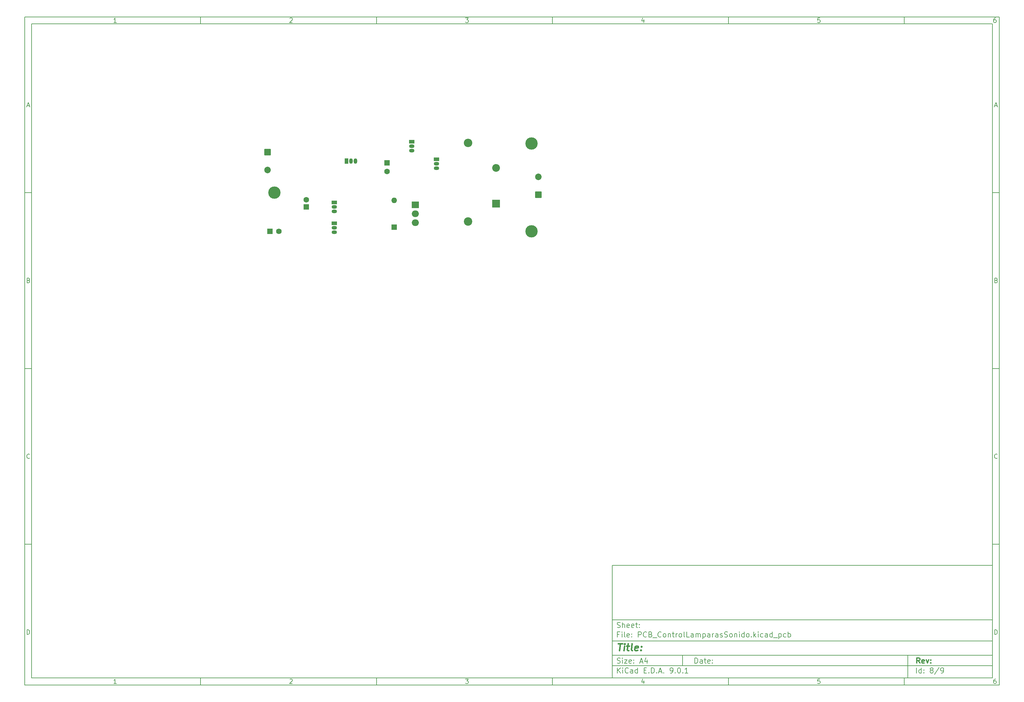
<source format=gbr>
%TF.GenerationSoftware,KiCad,Pcbnew,9.0.1*%
%TF.CreationDate,2025-04-21T16:50:23+01:00*%
%TF.ProjectId,PCB_ControlLamparasSonido,5043425f-436f-46e7-9472-6f6c4c616d70,rev?*%
%TF.SameCoordinates,Original*%
%TF.FileFunction,Soldermask,Bot*%
%TF.FilePolarity,Negative*%
%FSLAX46Y46*%
G04 Gerber Fmt 4.6, Leading zero omitted, Abs format (unit mm)*
G04 Created by KiCad (PCBNEW 9.0.1) date 2025-04-21 16:50:23*
%MOMM*%
%LPD*%
G01*
G04 APERTURE LIST*
G04 Aperture macros list*
%AMRoundRect*
0 Rectangle with rounded corners*
0 $1 Rounding radius*
0 $2 $3 $4 $5 $6 $7 $8 $9 X,Y pos of 4 corners*
0 Add a 4 corners polygon primitive as box body*
4,1,4,$2,$3,$4,$5,$6,$7,$8,$9,$2,$3,0*
0 Add four circle primitives for the rounded corners*
1,1,$1+$1,$2,$3*
1,1,$1+$1,$4,$5*
1,1,$1+$1,$6,$7*
1,1,$1+$1,$8,$9*
0 Add four rect primitives between the rounded corners*
20,1,$1+$1,$2,$3,$4,$5,0*
20,1,$1+$1,$4,$5,$6,$7,0*
20,1,$1+$1,$6,$7,$8,$9,0*
20,1,$1+$1,$8,$9,$2,$3,0*%
G04 Aperture macros list end*
%ADD10C,0.100000*%
%ADD11C,0.150000*%
%ADD12C,0.300000*%
%ADD13C,0.400000*%
%ADD14R,2.000000X1.905000*%
%ADD15O,2.000000X1.905000*%
%ADD16C,3.500000*%
%ADD17R,1.500000X1.050000*%
%ADD18O,1.500000X1.050000*%
%ADD19RoundRect,0.102000X-0.689000X0.689000X-0.689000X-0.689000X0.689000X-0.689000X0.689000X0.689000X0*%
%ADD20C,1.582000*%
%ADD21RoundRect,0.102000X0.825000X-0.825000X0.825000X0.825000X-0.825000X0.825000X-0.825000X-0.825000X0*%
%ADD22C,1.854000*%
%ADD23R,2.200000X2.200000*%
%ADD24O,2.200000X2.200000*%
%ADD25RoundRect,0.102000X-0.825000X0.825000X-0.825000X-0.825000X0.825000X-0.825000X0.825000X0.825000X0*%
%ADD26R,1.600000X1.600000*%
%ADD27C,1.600000*%
%ADD28O,1.600000X1.600000*%
%ADD29C,2.400000*%
%ADD30O,2.400000X2.400000*%
%ADD31R,1.050000X1.500000*%
%ADD32O,1.050000X1.500000*%
G04 APERTURE END LIST*
D10*
D11*
X177002200Y-166007200D02*
X285002200Y-166007200D01*
X285002200Y-198007200D01*
X177002200Y-198007200D01*
X177002200Y-166007200D01*
D10*
D11*
X10000000Y-10000000D02*
X287002200Y-10000000D01*
X287002200Y-200007200D01*
X10000000Y-200007200D01*
X10000000Y-10000000D01*
D10*
D11*
X12000000Y-12000000D02*
X285002200Y-12000000D01*
X285002200Y-198007200D01*
X12000000Y-198007200D01*
X12000000Y-12000000D01*
D10*
D11*
X60000000Y-12000000D02*
X60000000Y-10000000D01*
D10*
D11*
X110000000Y-12000000D02*
X110000000Y-10000000D01*
D10*
D11*
X160000000Y-12000000D02*
X160000000Y-10000000D01*
D10*
D11*
X210000000Y-12000000D02*
X210000000Y-10000000D01*
D10*
D11*
X260000000Y-12000000D02*
X260000000Y-10000000D01*
D10*
D11*
X36089160Y-11593604D02*
X35346303Y-11593604D01*
X35717731Y-11593604D02*
X35717731Y-10293604D01*
X35717731Y-10293604D02*
X35593922Y-10479319D01*
X35593922Y-10479319D02*
X35470112Y-10603128D01*
X35470112Y-10603128D02*
X35346303Y-10665033D01*
D10*
D11*
X85346303Y-10417414D02*
X85408207Y-10355509D01*
X85408207Y-10355509D02*
X85532017Y-10293604D01*
X85532017Y-10293604D02*
X85841541Y-10293604D01*
X85841541Y-10293604D02*
X85965350Y-10355509D01*
X85965350Y-10355509D02*
X86027255Y-10417414D01*
X86027255Y-10417414D02*
X86089160Y-10541223D01*
X86089160Y-10541223D02*
X86089160Y-10665033D01*
X86089160Y-10665033D02*
X86027255Y-10850747D01*
X86027255Y-10850747D02*
X85284398Y-11593604D01*
X85284398Y-11593604D02*
X86089160Y-11593604D01*
D10*
D11*
X135284398Y-10293604D02*
X136089160Y-10293604D01*
X136089160Y-10293604D02*
X135655826Y-10788842D01*
X135655826Y-10788842D02*
X135841541Y-10788842D01*
X135841541Y-10788842D02*
X135965350Y-10850747D01*
X135965350Y-10850747D02*
X136027255Y-10912652D01*
X136027255Y-10912652D02*
X136089160Y-11036461D01*
X136089160Y-11036461D02*
X136089160Y-11345985D01*
X136089160Y-11345985D02*
X136027255Y-11469795D01*
X136027255Y-11469795D02*
X135965350Y-11531700D01*
X135965350Y-11531700D02*
X135841541Y-11593604D01*
X135841541Y-11593604D02*
X135470112Y-11593604D01*
X135470112Y-11593604D02*
X135346303Y-11531700D01*
X135346303Y-11531700D02*
X135284398Y-11469795D01*
D10*
D11*
X185965350Y-10726938D02*
X185965350Y-11593604D01*
X185655826Y-10231700D02*
X185346303Y-11160271D01*
X185346303Y-11160271D02*
X186151064Y-11160271D01*
D10*
D11*
X236027255Y-10293604D02*
X235408207Y-10293604D01*
X235408207Y-10293604D02*
X235346303Y-10912652D01*
X235346303Y-10912652D02*
X235408207Y-10850747D01*
X235408207Y-10850747D02*
X235532017Y-10788842D01*
X235532017Y-10788842D02*
X235841541Y-10788842D01*
X235841541Y-10788842D02*
X235965350Y-10850747D01*
X235965350Y-10850747D02*
X236027255Y-10912652D01*
X236027255Y-10912652D02*
X236089160Y-11036461D01*
X236089160Y-11036461D02*
X236089160Y-11345985D01*
X236089160Y-11345985D02*
X236027255Y-11469795D01*
X236027255Y-11469795D02*
X235965350Y-11531700D01*
X235965350Y-11531700D02*
X235841541Y-11593604D01*
X235841541Y-11593604D02*
X235532017Y-11593604D01*
X235532017Y-11593604D02*
X235408207Y-11531700D01*
X235408207Y-11531700D02*
X235346303Y-11469795D01*
D10*
D11*
X285965350Y-10293604D02*
X285717731Y-10293604D01*
X285717731Y-10293604D02*
X285593922Y-10355509D01*
X285593922Y-10355509D02*
X285532017Y-10417414D01*
X285532017Y-10417414D02*
X285408207Y-10603128D01*
X285408207Y-10603128D02*
X285346303Y-10850747D01*
X285346303Y-10850747D02*
X285346303Y-11345985D01*
X285346303Y-11345985D02*
X285408207Y-11469795D01*
X285408207Y-11469795D02*
X285470112Y-11531700D01*
X285470112Y-11531700D02*
X285593922Y-11593604D01*
X285593922Y-11593604D02*
X285841541Y-11593604D01*
X285841541Y-11593604D02*
X285965350Y-11531700D01*
X285965350Y-11531700D02*
X286027255Y-11469795D01*
X286027255Y-11469795D02*
X286089160Y-11345985D01*
X286089160Y-11345985D02*
X286089160Y-11036461D01*
X286089160Y-11036461D02*
X286027255Y-10912652D01*
X286027255Y-10912652D02*
X285965350Y-10850747D01*
X285965350Y-10850747D02*
X285841541Y-10788842D01*
X285841541Y-10788842D02*
X285593922Y-10788842D01*
X285593922Y-10788842D02*
X285470112Y-10850747D01*
X285470112Y-10850747D02*
X285408207Y-10912652D01*
X285408207Y-10912652D02*
X285346303Y-11036461D01*
D10*
D11*
X60000000Y-198007200D02*
X60000000Y-200007200D01*
D10*
D11*
X110000000Y-198007200D02*
X110000000Y-200007200D01*
D10*
D11*
X160000000Y-198007200D02*
X160000000Y-200007200D01*
D10*
D11*
X210000000Y-198007200D02*
X210000000Y-200007200D01*
D10*
D11*
X260000000Y-198007200D02*
X260000000Y-200007200D01*
D10*
D11*
X36089160Y-199600804D02*
X35346303Y-199600804D01*
X35717731Y-199600804D02*
X35717731Y-198300804D01*
X35717731Y-198300804D02*
X35593922Y-198486519D01*
X35593922Y-198486519D02*
X35470112Y-198610328D01*
X35470112Y-198610328D02*
X35346303Y-198672233D01*
D10*
D11*
X85346303Y-198424614D02*
X85408207Y-198362709D01*
X85408207Y-198362709D02*
X85532017Y-198300804D01*
X85532017Y-198300804D02*
X85841541Y-198300804D01*
X85841541Y-198300804D02*
X85965350Y-198362709D01*
X85965350Y-198362709D02*
X86027255Y-198424614D01*
X86027255Y-198424614D02*
X86089160Y-198548423D01*
X86089160Y-198548423D02*
X86089160Y-198672233D01*
X86089160Y-198672233D02*
X86027255Y-198857947D01*
X86027255Y-198857947D02*
X85284398Y-199600804D01*
X85284398Y-199600804D02*
X86089160Y-199600804D01*
D10*
D11*
X135284398Y-198300804D02*
X136089160Y-198300804D01*
X136089160Y-198300804D02*
X135655826Y-198796042D01*
X135655826Y-198796042D02*
X135841541Y-198796042D01*
X135841541Y-198796042D02*
X135965350Y-198857947D01*
X135965350Y-198857947D02*
X136027255Y-198919852D01*
X136027255Y-198919852D02*
X136089160Y-199043661D01*
X136089160Y-199043661D02*
X136089160Y-199353185D01*
X136089160Y-199353185D02*
X136027255Y-199476995D01*
X136027255Y-199476995D02*
X135965350Y-199538900D01*
X135965350Y-199538900D02*
X135841541Y-199600804D01*
X135841541Y-199600804D02*
X135470112Y-199600804D01*
X135470112Y-199600804D02*
X135346303Y-199538900D01*
X135346303Y-199538900D02*
X135284398Y-199476995D01*
D10*
D11*
X185965350Y-198734138D02*
X185965350Y-199600804D01*
X185655826Y-198238900D02*
X185346303Y-199167471D01*
X185346303Y-199167471D02*
X186151064Y-199167471D01*
D10*
D11*
X236027255Y-198300804D02*
X235408207Y-198300804D01*
X235408207Y-198300804D02*
X235346303Y-198919852D01*
X235346303Y-198919852D02*
X235408207Y-198857947D01*
X235408207Y-198857947D02*
X235532017Y-198796042D01*
X235532017Y-198796042D02*
X235841541Y-198796042D01*
X235841541Y-198796042D02*
X235965350Y-198857947D01*
X235965350Y-198857947D02*
X236027255Y-198919852D01*
X236027255Y-198919852D02*
X236089160Y-199043661D01*
X236089160Y-199043661D02*
X236089160Y-199353185D01*
X236089160Y-199353185D02*
X236027255Y-199476995D01*
X236027255Y-199476995D02*
X235965350Y-199538900D01*
X235965350Y-199538900D02*
X235841541Y-199600804D01*
X235841541Y-199600804D02*
X235532017Y-199600804D01*
X235532017Y-199600804D02*
X235408207Y-199538900D01*
X235408207Y-199538900D02*
X235346303Y-199476995D01*
D10*
D11*
X285965350Y-198300804D02*
X285717731Y-198300804D01*
X285717731Y-198300804D02*
X285593922Y-198362709D01*
X285593922Y-198362709D02*
X285532017Y-198424614D01*
X285532017Y-198424614D02*
X285408207Y-198610328D01*
X285408207Y-198610328D02*
X285346303Y-198857947D01*
X285346303Y-198857947D02*
X285346303Y-199353185D01*
X285346303Y-199353185D02*
X285408207Y-199476995D01*
X285408207Y-199476995D02*
X285470112Y-199538900D01*
X285470112Y-199538900D02*
X285593922Y-199600804D01*
X285593922Y-199600804D02*
X285841541Y-199600804D01*
X285841541Y-199600804D02*
X285965350Y-199538900D01*
X285965350Y-199538900D02*
X286027255Y-199476995D01*
X286027255Y-199476995D02*
X286089160Y-199353185D01*
X286089160Y-199353185D02*
X286089160Y-199043661D01*
X286089160Y-199043661D02*
X286027255Y-198919852D01*
X286027255Y-198919852D02*
X285965350Y-198857947D01*
X285965350Y-198857947D02*
X285841541Y-198796042D01*
X285841541Y-198796042D02*
X285593922Y-198796042D01*
X285593922Y-198796042D02*
X285470112Y-198857947D01*
X285470112Y-198857947D02*
X285408207Y-198919852D01*
X285408207Y-198919852D02*
X285346303Y-199043661D01*
D10*
D11*
X10000000Y-60000000D02*
X12000000Y-60000000D01*
D10*
D11*
X10000000Y-110000000D02*
X12000000Y-110000000D01*
D10*
D11*
X10000000Y-160000000D02*
X12000000Y-160000000D01*
D10*
D11*
X10690476Y-35222176D02*
X11309523Y-35222176D01*
X10566666Y-35593604D02*
X10999999Y-34293604D01*
X10999999Y-34293604D02*
X11433333Y-35593604D01*
D10*
D11*
X11092857Y-84912652D02*
X11278571Y-84974557D01*
X11278571Y-84974557D02*
X11340476Y-85036461D01*
X11340476Y-85036461D02*
X11402380Y-85160271D01*
X11402380Y-85160271D02*
X11402380Y-85345985D01*
X11402380Y-85345985D02*
X11340476Y-85469795D01*
X11340476Y-85469795D02*
X11278571Y-85531700D01*
X11278571Y-85531700D02*
X11154761Y-85593604D01*
X11154761Y-85593604D02*
X10659523Y-85593604D01*
X10659523Y-85593604D02*
X10659523Y-84293604D01*
X10659523Y-84293604D02*
X11092857Y-84293604D01*
X11092857Y-84293604D02*
X11216666Y-84355509D01*
X11216666Y-84355509D02*
X11278571Y-84417414D01*
X11278571Y-84417414D02*
X11340476Y-84541223D01*
X11340476Y-84541223D02*
X11340476Y-84665033D01*
X11340476Y-84665033D02*
X11278571Y-84788842D01*
X11278571Y-84788842D02*
X11216666Y-84850747D01*
X11216666Y-84850747D02*
X11092857Y-84912652D01*
X11092857Y-84912652D02*
X10659523Y-84912652D01*
D10*
D11*
X11402380Y-135469795D02*
X11340476Y-135531700D01*
X11340476Y-135531700D02*
X11154761Y-135593604D01*
X11154761Y-135593604D02*
X11030952Y-135593604D01*
X11030952Y-135593604D02*
X10845238Y-135531700D01*
X10845238Y-135531700D02*
X10721428Y-135407890D01*
X10721428Y-135407890D02*
X10659523Y-135284080D01*
X10659523Y-135284080D02*
X10597619Y-135036461D01*
X10597619Y-135036461D02*
X10597619Y-134850747D01*
X10597619Y-134850747D02*
X10659523Y-134603128D01*
X10659523Y-134603128D02*
X10721428Y-134479319D01*
X10721428Y-134479319D02*
X10845238Y-134355509D01*
X10845238Y-134355509D02*
X11030952Y-134293604D01*
X11030952Y-134293604D02*
X11154761Y-134293604D01*
X11154761Y-134293604D02*
X11340476Y-134355509D01*
X11340476Y-134355509D02*
X11402380Y-134417414D01*
D10*
D11*
X10659523Y-185593604D02*
X10659523Y-184293604D01*
X10659523Y-184293604D02*
X10969047Y-184293604D01*
X10969047Y-184293604D02*
X11154761Y-184355509D01*
X11154761Y-184355509D02*
X11278571Y-184479319D01*
X11278571Y-184479319D02*
X11340476Y-184603128D01*
X11340476Y-184603128D02*
X11402380Y-184850747D01*
X11402380Y-184850747D02*
X11402380Y-185036461D01*
X11402380Y-185036461D02*
X11340476Y-185284080D01*
X11340476Y-185284080D02*
X11278571Y-185407890D01*
X11278571Y-185407890D02*
X11154761Y-185531700D01*
X11154761Y-185531700D02*
X10969047Y-185593604D01*
X10969047Y-185593604D02*
X10659523Y-185593604D01*
D10*
D11*
X287002200Y-60000000D02*
X285002200Y-60000000D01*
D10*
D11*
X287002200Y-110000000D02*
X285002200Y-110000000D01*
D10*
D11*
X287002200Y-160000000D02*
X285002200Y-160000000D01*
D10*
D11*
X285692676Y-35222176D02*
X286311723Y-35222176D01*
X285568866Y-35593604D02*
X286002199Y-34293604D01*
X286002199Y-34293604D02*
X286435533Y-35593604D01*
D10*
D11*
X286095057Y-84912652D02*
X286280771Y-84974557D01*
X286280771Y-84974557D02*
X286342676Y-85036461D01*
X286342676Y-85036461D02*
X286404580Y-85160271D01*
X286404580Y-85160271D02*
X286404580Y-85345985D01*
X286404580Y-85345985D02*
X286342676Y-85469795D01*
X286342676Y-85469795D02*
X286280771Y-85531700D01*
X286280771Y-85531700D02*
X286156961Y-85593604D01*
X286156961Y-85593604D02*
X285661723Y-85593604D01*
X285661723Y-85593604D02*
X285661723Y-84293604D01*
X285661723Y-84293604D02*
X286095057Y-84293604D01*
X286095057Y-84293604D02*
X286218866Y-84355509D01*
X286218866Y-84355509D02*
X286280771Y-84417414D01*
X286280771Y-84417414D02*
X286342676Y-84541223D01*
X286342676Y-84541223D02*
X286342676Y-84665033D01*
X286342676Y-84665033D02*
X286280771Y-84788842D01*
X286280771Y-84788842D02*
X286218866Y-84850747D01*
X286218866Y-84850747D02*
X286095057Y-84912652D01*
X286095057Y-84912652D02*
X285661723Y-84912652D01*
D10*
D11*
X286404580Y-135469795D02*
X286342676Y-135531700D01*
X286342676Y-135531700D02*
X286156961Y-135593604D01*
X286156961Y-135593604D02*
X286033152Y-135593604D01*
X286033152Y-135593604D02*
X285847438Y-135531700D01*
X285847438Y-135531700D02*
X285723628Y-135407890D01*
X285723628Y-135407890D02*
X285661723Y-135284080D01*
X285661723Y-135284080D02*
X285599819Y-135036461D01*
X285599819Y-135036461D02*
X285599819Y-134850747D01*
X285599819Y-134850747D02*
X285661723Y-134603128D01*
X285661723Y-134603128D02*
X285723628Y-134479319D01*
X285723628Y-134479319D02*
X285847438Y-134355509D01*
X285847438Y-134355509D02*
X286033152Y-134293604D01*
X286033152Y-134293604D02*
X286156961Y-134293604D01*
X286156961Y-134293604D02*
X286342676Y-134355509D01*
X286342676Y-134355509D02*
X286404580Y-134417414D01*
D10*
D11*
X285661723Y-185593604D02*
X285661723Y-184293604D01*
X285661723Y-184293604D02*
X285971247Y-184293604D01*
X285971247Y-184293604D02*
X286156961Y-184355509D01*
X286156961Y-184355509D02*
X286280771Y-184479319D01*
X286280771Y-184479319D02*
X286342676Y-184603128D01*
X286342676Y-184603128D02*
X286404580Y-184850747D01*
X286404580Y-184850747D02*
X286404580Y-185036461D01*
X286404580Y-185036461D02*
X286342676Y-185284080D01*
X286342676Y-185284080D02*
X286280771Y-185407890D01*
X286280771Y-185407890D02*
X286156961Y-185531700D01*
X286156961Y-185531700D02*
X285971247Y-185593604D01*
X285971247Y-185593604D02*
X285661723Y-185593604D01*
D10*
D11*
X200458026Y-193793328D02*
X200458026Y-192293328D01*
X200458026Y-192293328D02*
X200815169Y-192293328D01*
X200815169Y-192293328D02*
X201029455Y-192364757D01*
X201029455Y-192364757D02*
X201172312Y-192507614D01*
X201172312Y-192507614D02*
X201243741Y-192650471D01*
X201243741Y-192650471D02*
X201315169Y-192936185D01*
X201315169Y-192936185D02*
X201315169Y-193150471D01*
X201315169Y-193150471D02*
X201243741Y-193436185D01*
X201243741Y-193436185D02*
X201172312Y-193579042D01*
X201172312Y-193579042D02*
X201029455Y-193721900D01*
X201029455Y-193721900D02*
X200815169Y-193793328D01*
X200815169Y-193793328D02*
X200458026Y-193793328D01*
X202600884Y-193793328D02*
X202600884Y-193007614D01*
X202600884Y-193007614D02*
X202529455Y-192864757D01*
X202529455Y-192864757D02*
X202386598Y-192793328D01*
X202386598Y-192793328D02*
X202100884Y-192793328D01*
X202100884Y-192793328D02*
X201958026Y-192864757D01*
X202600884Y-193721900D02*
X202458026Y-193793328D01*
X202458026Y-193793328D02*
X202100884Y-193793328D01*
X202100884Y-193793328D02*
X201958026Y-193721900D01*
X201958026Y-193721900D02*
X201886598Y-193579042D01*
X201886598Y-193579042D02*
X201886598Y-193436185D01*
X201886598Y-193436185D02*
X201958026Y-193293328D01*
X201958026Y-193293328D02*
X202100884Y-193221900D01*
X202100884Y-193221900D02*
X202458026Y-193221900D01*
X202458026Y-193221900D02*
X202600884Y-193150471D01*
X203100884Y-192793328D02*
X203672312Y-192793328D01*
X203315169Y-192293328D02*
X203315169Y-193579042D01*
X203315169Y-193579042D02*
X203386598Y-193721900D01*
X203386598Y-193721900D02*
X203529455Y-193793328D01*
X203529455Y-193793328D02*
X203672312Y-193793328D01*
X204743741Y-193721900D02*
X204600884Y-193793328D01*
X204600884Y-193793328D02*
X204315170Y-193793328D01*
X204315170Y-193793328D02*
X204172312Y-193721900D01*
X204172312Y-193721900D02*
X204100884Y-193579042D01*
X204100884Y-193579042D02*
X204100884Y-193007614D01*
X204100884Y-193007614D02*
X204172312Y-192864757D01*
X204172312Y-192864757D02*
X204315170Y-192793328D01*
X204315170Y-192793328D02*
X204600884Y-192793328D01*
X204600884Y-192793328D02*
X204743741Y-192864757D01*
X204743741Y-192864757D02*
X204815170Y-193007614D01*
X204815170Y-193007614D02*
X204815170Y-193150471D01*
X204815170Y-193150471D02*
X204100884Y-193293328D01*
X205458026Y-193650471D02*
X205529455Y-193721900D01*
X205529455Y-193721900D02*
X205458026Y-193793328D01*
X205458026Y-193793328D02*
X205386598Y-193721900D01*
X205386598Y-193721900D02*
X205458026Y-193650471D01*
X205458026Y-193650471D02*
X205458026Y-193793328D01*
X205458026Y-192864757D02*
X205529455Y-192936185D01*
X205529455Y-192936185D02*
X205458026Y-193007614D01*
X205458026Y-193007614D02*
X205386598Y-192936185D01*
X205386598Y-192936185D02*
X205458026Y-192864757D01*
X205458026Y-192864757D02*
X205458026Y-193007614D01*
D10*
D11*
X177002200Y-194507200D02*
X285002200Y-194507200D01*
D10*
D11*
X178458026Y-196593328D02*
X178458026Y-195093328D01*
X179315169Y-196593328D02*
X178672312Y-195736185D01*
X179315169Y-195093328D02*
X178458026Y-195950471D01*
X179958026Y-196593328D02*
X179958026Y-195593328D01*
X179958026Y-195093328D02*
X179886598Y-195164757D01*
X179886598Y-195164757D02*
X179958026Y-195236185D01*
X179958026Y-195236185D02*
X180029455Y-195164757D01*
X180029455Y-195164757D02*
X179958026Y-195093328D01*
X179958026Y-195093328D02*
X179958026Y-195236185D01*
X181529455Y-196450471D02*
X181458027Y-196521900D01*
X181458027Y-196521900D02*
X181243741Y-196593328D01*
X181243741Y-196593328D02*
X181100884Y-196593328D01*
X181100884Y-196593328D02*
X180886598Y-196521900D01*
X180886598Y-196521900D02*
X180743741Y-196379042D01*
X180743741Y-196379042D02*
X180672312Y-196236185D01*
X180672312Y-196236185D02*
X180600884Y-195950471D01*
X180600884Y-195950471D02*
X180600884Y-195736185D01*
X180600884Y-195736185D02*
X180672312Y-195450471D01*
X180672312Y-195450471D02*
X180743741Y-195307614D01*
X180743741Y-195307614D02*
X180886598Y-195164757D01*
X180886598Y-195164757D02*
X181100884Y-195093328D01*
X181100884Y-195093328D02*
X181243741Y-195093328D01*
X181243741Y-195093328D02*
X181458027Y-195164757D01*
X181458027Y-195164757D02*
X181529455Y-195236185D01*
X182815170Y-196593328D02*
X182815170Y-195807614D01*
X182815170Y-195807614D02*
X182743741Y-195664757D01*
X182743741Y-195664757D02*
X182600884Y-195593328D01*
X182600884Y-195593328D02*
X182315170Y-195593328D01*
X182315170Y-195593328D02*
X182172312Y-195664757D01*
X182815170Y-196521900D02*
X182672312Y-196593328D01*
X182672312Y-196593328D02*
X182315170Y-196593328D01*
X182315170Y-196593328D02*
X182172312Y-196521900D01*
X182172312Y-196521900D02*
X182100884Y-196379042D01*
X182100884Y-196379042D02*
X182100884Y-196236185D01*
X182100884Y-196236185D02*
X182172312Y-196093328D01*
X182172312Y-196093328D02*
X182315170Y-196021900D01*
X182315170Y-196021900D02*
X182672312Y-196021900D01*
X182672312Y-196021900D02*
X182815170Y-195950471D01*
X184172313Y-196593328D02*
X184172313Y-195093328D01*
X184172313Y-196521900D02*
X184029455Y-196593328D01*
X184029455Y-196593328D02*
X183743741Y-196593328D01*
X183743741Y-196593328D02*
X183600884Y-196521900D01*
X183600884Y-196521900D02*
X183529455Y-196450471D01*
X183529455Y-196450471D02*
X183458027Y-196307614D01*
X183458027Y-196307614D02*
X183458027Y-195879042D01*
X183458027Y-195879042D02*
X183529455Y-195736185D01*
X183529455Y-195736185D02*
X183600884Y-195664757D01*
X183600884Y-195664757D02*
X183743741Y-195593328D01*
X183743741Y-195593328D02*
X184029455Y-195593328D01*
X184029455Y-195593328D02*
X184172313Y-195664757D01*
X186029455Y-195807614D02*
X186529455Y-195807614D01*
X186743741Y-196593328D02*
X186029455Y-196593328D01*
X186029455Y-196593328D02*
X186029455Y-195093328D01*
X186029455Y-195093328D02*
X186743741Y-195093328D01*
X187386598Y-196450471D02*
X187458027Y-196521900D01*
X187458027Y-196521900D02*
X187386598Y-196593328D01*
X187386598Y-196593328D02*
X187315170Y-196521900D01*
X187315170Y-196521900D02*
X187386598Y-196450471D01*
X187386598Y-196450471D02*
X187386598Y-196593328D01*
X188100884Y-196593328D02*
X188100884Y-195093328D01*
X188100884Y-195093328D02*
X188458027Y-195093328D01*
X188458027Y-195093328D02*
X188672313Y-195164757D01*
X188672313Y-195164757D02*
X188815170Y-195307614D01*
X188815170Y-195307614D02*
X188886599Y-195450471D01*
X188886599Y-195450471D02*
X188958027Y-195736185D01*
X188958027Y-195736185D02*
X188958027Y-195950471D01*
X188958027Y-195950471D02*
X188886599Y-196236185D01*
X188886599Y-196236185D02*
X188815170Y-196379042D01*
X188815170Y-196379042D02*
X188672313Y-196521900D01*
X188672313Y-196521900D02*
X188458027Y-196593328D01*
X188458027Y-196593328D02*
X188100884Y-196593328D01*
X189600884Y-196450471D02*
X189672313Y-196521900D01*
X189672313Y-196521900D02*
X189600884Y-196593328D01*
X189600884Y-196593328D02*
X189529456Y-196521900D01*
X189529456Y-196521900D02*
X189600884Y-196450471D01*
X189600884Y-196450471D02*
X189600884Y-196593328D01*
X190243742Y-196164757D02*
X190958028Y-196164757D01*
X190100885Y-196593328D02*
X190600885Y-195093328D01*
X190600885Y-195093328D02*
X191100885Y-196593328D01*
X191600884Y-196450471D02*
X191672313Y-196521900D01*
X191672313Y-196521900D02*
X191600884Y-196593328D01*
X191600884Y-196593328D02*
X191529456Y-196521900D01*
X191529456Y-196521900D02*
X191600884Y-196450471D01*
X191600884Y-196450471D02*
X191600884Y-196593328D01*
X193529456Y-196593328D02*
X193815170Y-196593328D01*
X193815170Y-196593328D02*
X193958027Y-196521900D01*
X193958027Y-196521900D02*
X194029456Y-196450471D01*
X194029456Y-196450471D02*
X194172313Y-196236185D01*
X194172313Y-196236185D02*
X194243742Y-195950471D01*
X194243742Y-195950471D02*
X194243742Y-195379042D01*
X194243742Y-195379042D02*
X194172313Y-195236185D01*
X194172313Y-195236185D02*
X194100885Y-195164757D01*
X194100885Y-195164757D02*
X193958027Y-195093328D01*
X193958027Y-195093328D02*
X193672313Y-195093328D01*
X193672313Y-195093328D02*
X193529456Y-195164757D01*
X193529456Y-195164757D02*
X193458027Y-195236185D01*
X193458027Y-195236185D02*
X193386599Y-195379042D01*
X193386599Y-195379042D02*
X193386599Y-195736185D01*
X193386599Y-195736185D02*
X193458027Y-195879042D01*
X193458027Y-195879042D02*
X193529456Y-195950471D01*
X193529456Y-195950471D02*
X193672313Y-196021900D01*
X193672313Y-196021900D02*
X193958027Y-196021900D01*
X193958027Y-196021900D02*
X194100885Y-195950471D01*
X194100885Y-195950471D02*
X194172313Y-195879042D01*
X194172313Y-195879042D02*
X194243742Y-195736185D01*
X194886598Y-196450471D02*
X194958027Y-196521900D01*
X194958027Y-196521900D02*
X194886598Y-196593328D01*
X194886598Y-196593328D02*
X194815170Y-196521900D01*
X194815170Y-196521900D02*
X194886598Y-196450471D01*
X194886598Y-196450471D02*
X194886598Y-196593328D01*
X195886599Y-195093328D02*
X196029456Y-195093328D01*
X196029456Y-195093328D02*
X196172313Y-195164757D01*
X196172313Y-195164757D02*
X196243742Y-195236185D01*
X196243742Y-195236185D02*
X196315170Y-195379042D01*
X196315170Y-195379042D02*
X196386599Y-195664757D01*
X196386599Y-195664757D02*
X196386599Y-196021900D01*
X196386599Y-196021900D02*
X196315170Y-196307614D01*
X196315170Y-196307614D02*
X196243742Y-196450471D01*
X196243742Y-196450471D02*
X196172313Y-196521900D01*
X196172313Y-196521900D02*
X196029456Y-196593328D01*
X196029456Y-196593328D02*
X195886599Y-196593328D01*
X195886599Y-196593328D02*
X195743742Y-196521900D01*
X195743742Y-196521900D02*
X195672313Y-196450471D01*
X195672313Y-196450471D02*
X195600884Y-196307614D01*
X195600884Y-196307614D02*
X195529456Y-196021900D01*
X195529456Y-196021900D02*
X195529456Y-195664757D01*
X195529456Y-195664757D02*
X195600884Y-195379042D01*
X195600884Y-195379042D02*
X195672313Y-195236185D01*
X195672313Y-195236185D02*
X195743742Y-195164757D01*
X195743742Y-195164757D02*
X195886599Y-195093328D01*
X197029455Y-196450471D02*
X197100884Y-196521900D01*
X197100884Y-196521900D02*
X197029455Y-196593328D01*
X197029455Y-196593328D02*
X196958027Y-196521900D01*
X196958027Y-196521900D02*
X197029455Y-196450471D01*
X197029455Y-196450471D02*
X197029455Y-196593328D01*
X198529456Y-196593328D02*
X197672313Y-196593328D01*
X198100884Y-196593328D02*
X198100884Y-195093328D01*
X198100884Y-195093328D02*
X197958027Y-195307614D01*
X197958027Y-195307614D02*
X197815170Y-195450471D01*
X197815170Y-195450471D02*
X197672313Y-195521900D01*
D10*
D11*
X177002200Y-191507200D02*
X285002200Y-191507200D01*
D10*
D12*
X264413853Y-193785528D02*
X263913853Y-193071242D01*
X263556710Y-193785528D02*
X263556710Y-192285528D01*
X263556710Y-192285528D02*
X264128139Y-192285528D01*
X264128139Y-192285528D02*
X264270996Y-192356957D01*
X264270996Y-192356957D02*
X264342425Y-192428385D01*
X264342425Y-192428385D02*
X264413853Y-192571242D01*
X264413853Y-192571242D02*
X264413853Y-192785528D01*
X264413853Y-192785528D02*
X264342425Y-192928385D01*
X264342425Y-192928385D02*
X264270996Y-192999814D01*
X264270996Y-192999814D02*
X264128139Y-193071242D01*
X264128139Y-193071242D02*
X263556710Y-193071242D01*
X265628139Y-193714100D02*
X265485282Y-193785528D01*
X265485282Y-193785528D02*
X265199568Y-193785528D01*
X265199568Y-193785528D02*
X265056710Y-193714100D01*
X265056710Y-193714100D02*
X264985282Y-193571242D01*
X264985282Y-193571242D02*
X264985282Y-192999814D01*
X264985282Y-192999814D02*
X265056710Y-192856957D01*
X265056710Y-192856957D02*
X265199568Y-192785528D01*
X265199568Y-192785528D02*
X265485282Y-192785528D01*
X265485282Y-192785528D02*
X265628139Y-192856957D01*
X265628139Y-192856957D02*
X265699568Y-192999814D01*
X265699568Y-192999814D02*
X265699568Y-193142671D01*
X265699568Y-193142671D02*
X264985282Y-193285528D01*
X266199567Y-192785528D02*
X266556710Y-193785528D01*
X266556710Y-193785528D02*
X266913853Y-192785528D01*
X267485281Y-193642671D02*
X267556710Y-193714100D01*
X267556710Y-193714100D02*
X267485281Y-193785528D01*
X267485281Y-193785528D02*
X267413853Y-193714100D01*
X267413853Y-193714100D02*
X267485281Y-193642671D01*
X267485281Y-193642671D02*
X267485281Y-193785528D01*
X267485281Y-192856957D02*
X267556710Y-192928385D01*
X267556710Y-192928385D02*
X267485281Y-192999814D01*
X267485281Y-192999814D02*
X267413853Y-192928385D01*
X267413853Y-192928385D02*
X267485281Y-192856957D01*
X267485281Y-192856957D02*
X267485281Y-192999814D01*
D10*
D11*
X178386598Y-193721900D02*
X178600884Y-193793328D01*
X178600884Y-193793328D02*
X178958026Y-193793328D01*
X178958026Y-193793328D02*
X179100884Y-193721900D01*
X179100884Y-193721900D02*
X179172312Y-193650471D01*
X179172312Y-193650471D02*
X179243741Y-193507614D01*
X179243741Y-193507614D02*
X179243741Y-193364757D01*
X179243741Y-193364757D02*
X179172312Y-193221900D01*
X179172312Y-193221900D02*
X179100884Y-193150471D01*
X179100884Y-193150471D02*
X178958026Y-193079042D01*
X178958026Y-193079042D02*
X178672312Y-193007614D01*
X178672312Y-193007614D02*
X178529455Y-192936185D01*
X178529455Y-192936185D02*
X178458026Y-192864757D01*
X178458026Y-192864757D02*
X178386598Y-192721900D01*
X178386598Y-192721900D02*
X178386598Y-192579042D01*
X178386598Y-192579042D02*
X178458026Y-192436185D01*
X178458026Y-192436185D02*
X178529455Y-192364757D01*
X178529455Y-192364757D02*
X178672312Y-192293328D01*
X178672312Y-192293328D02*
X179029455Y-192293328D01*
X179029455Y-192293328D02*
X179243741Y-192364757D01*
X179886597Y-193793328D02*
X179886597Y-192793328D01*
X179886597Y-192293328D02*
X179815169Y-192364757D01*
X179815169Y-192364757D02*
X179886597Y-192436185D01*
X179886597Y-192436185D02*
X179958026Y-192364757D01*
X179958026Y-192364757D02*
X179886597Y-192293328D01*
X179886597Y-192293328D02*
X179886597Y-192436185D01*
X180458026Y-192793328D02*
X181243741Y-192793328D01*
X181243741Y-192793328D02*
X180458026Y-193793328D01*
X180458026Y-193793328D02*
X181243741Y-193793328D01*
X182386598Y-193721900D02*
X182243741Y-193793328D01*
X182243741Y-193793328D02*
X181958027Y-193793328D01*
X181958027Y-193793328D02*
X181815169Y-193721900D01*
X181815169Y-193721900D02*
X181743741Y-193579042D01*
X181743741Y-193579042D02*
X181743741Y-193007614D01*
X181743741Y-193007614D02*
X181815169Y-192864757D01*
X181815169Y-192864757D02*
X181958027Y-192793328D01*
X181958027Y-192793328D02*
X182243741Y-192793328D01*
X182243741Y-192793328D02*
X182386598Y-192864757D01*
X182386598Y-192864757D02*
X182458027Y-193007614D01*
X182458027Y-193007614D02*
X182458027Y-193150471D01*
X182458027Y-193150471D02*
X181743741Y-193293328D01*
X183100883Y-193650471D02*
X183172312Y-193721900D01*
X183172312Y-193721900D02*
X183100883Y-193793328D01*
X183100883Y-193793328D02*
X183029455Y-193721900D01*
X183029455Y-193721900D02*
X183100883Y-193650471D01*
X183100883Y-193650471D02*
X183100883Y-193793328D01*
X183100883Y-192864757D02*
X183172312Y-192936185D01*
X183172312Y-192936185D02*
X183100883Y-193007614D01*
X183100883Y-193007614D02*
X183029455Y-192936185D01*
X183029455Y-192936185D02*
X183100883Y-192864757D01*
X183100883Y-192864757D02*
X183100883Y-193007614D01*
X184886598Y-193364757D02*
X185600884Y-193364757D01*
X184743741Y-193793328D02*
X185243741Y-192293328D01*
X185243741Y-192293328D02*
X185743741Y-193793328D01*
X186886598Y-192793328D02*
X186886598Y-193793328D01*
X186529455Y-192221900D02*
X186172312Y-193293328D01*
X186172312Y-193293328D02*
X187100883Y-193293328D01*
D10*
D11*
X263458026Y-196593328D02*
X263458026Y-195093328D01*
X264815170Y-196593328D02*
X264815170Y-195093328D01*
X264815170Y-196521900D02*
X264672312Y-196593328D01*
X264672312Y-196593328D02*
X264386598Y-196593328D01*
X264386598Y-196593328D02*
X264243741Y-196521900D01*
X264243741Y-196521900D02*
X264172312Y-196450471D01*
X264172312Y-196450471D02*
X264100884Y-196307614D01*
X264100884Y-196307614D02*
X264100884Y-195879042D01*
X264100884Y-195879042D02*
X264172312Y-195736185D01*
X264172312Y-195736185D02*
X264243741Y-195664757D01*
X264243741Y-195664757D02*
X264386598Y-195593328D01*
X264386598Y-195593328D02*
X264672312Y-195593328D01*
X264672312Y-195593328D02*
X264815170Y-195664757D01*
X265529455Y-196450471D02*
X265600884Y-196521900D01*
X265600884Y-196521900D02*
X265529455Y-196593328D01*
X265529455Y-196593328D02*
X265458027Y-196521900D01*
X265458027Y-196521900D02*
X265529455Y-196450471D01*
X265529455Y-196450471D02*
X265529455Y-196593328D01*
X265529455Y-195664757D02*
X265600884Y-195736185D01*
X265600884Y-195736185D02*
X265529455Y-195807614D01*
X265529455Y-195807614D02*
X265458027Y-195736185D01*
X265458027Y-195736185D02*
X265529455Y-195664757D01*
X265529455Y-195664757D02*
X265529455Y-195807614D01*
X267600884Y-195736185D02*
X267458027Y-195664757D01*
X267458027Y-195664757D02*
X267386598Y-195593328D01*
X267386598Y-195593328D02*
X267315170Y-195450471D01*
X267315170Y-195450471D02*
X267315170Y-195379042D01*
X267315170Y-195379042D02*
X267386598Y-195236185D01*
X267386598Y-195236185D02*
X267458027Y-195164757D01*
X267458027Y-195164757D02*
X267600884Y-195093328D01*
X267600884Y-195093328D02*
X267886598Y-195093328D01*
X267886598Y-195093328D02*
X268029456Y-195164757D01*
X268029456Y-195164757D02*
X268100884Y-195236185D01*
X268100884Y-195236185D02*
X268172313Y-195379042D01*
X268172313Y-195379042D02*
X268172313Y-195450471D01*
X268172313Y-195450471D02*
X268100884Y-195593328D01*
X268100884Y-195593328D02*
X268029456Y-195664757D01*
X268029456Y-195664757D02*
X267886598Y-195736185D01*
X267886598Y-195736185D02*
X267600884Y-195736185D01*
X267600884Y-195736185D02*
X267458027Y-195807614D01*
X267458027Y-195807614D02*
X267386598Y-195879042D01*
X267386598Y-195879042D02*
X267315170Y-196021900D01*
X267315170Y-196021900D02*
X267315170Y-196307614D01*
X267315170Y-196307614D02*
X267386598Y-196450471D01*
X267386598Y-196450471D02*
X267458027Y-196521900D01*
X267458027Y-196521900D02*
X267600884Y-196593328D01*
X267600884Y-196593328D02*
X267886598Y-196593328D01*
X267886598Y-196593328D02*
X268029456Y-196521900D01*
X268029456Y-196521900D02*
X268100884Y-196450471D01*
X268100884Y-196450471D02*
X268172313Y-196307614D01*
X268172313Y-196307614D02*
X268172313Y-196021900D01*
X268172313Y-196021900D02*
X268100884Y-195879042D01*
X268100884Y-195879042D02*
X268029456Y-195807614D01*
X268029456Y-195807614D02*
X267886598Y-195736185D01*
X269886598Y-195021900D02*
X268600884Y-196950471D01*
X270458027Y-196593328D02*
X270743741Y-196593328D01*
X270743741Y-196593328D02*
X270886598Y-196521900D01*
X270886598Y-196521900D02*
X270958027Y-196450471D01*
X270958027Y-196450471D02*
X271100884Y-196236185D01*
X271100884Y-196236185D02*
X271172313Y-195950471D01*
X271172313Y-195950471D02*
X271172313Y-195379042D01*
X271172313Y-195379042D02*
X271100884Y-195236185D01*
X271100884Y-195236185D02*
X271029456Y-195164757D01*
X271029456Y-195164757D02*
X270886598Y-195093328D01*
X270886598Y-195093328D02*
X270600884Y-195093328D01*
X270600884Y-195093328D02*
X270458027Y-195164757D01*
X270458027Y-195164757D02*
X270386598Y-195236185D01*
X270386598Y-195236185D02*
X270315170Y-195379042D01*
X270315170Y-195379042D02*
X270315170Y-195736185D01*
X270315170Y-195736185D02*
X270386598Y-195879042D01*
X270386598Y-195879042D02*
X270458027Y-195950471D01*
X270458027Y-195950471D02*
X270600884Y-196021900D01*
X270600884Y-196021900D02*
X270886598Y-196021900D01*
X270886598Y-196021900D02*
X271029456Y-195950471D01*
X271029456Y-195950471D02*
X271100884Y-195879042D01*
X271100884Y-195879042D02*
X271172313Y-195736185D01*
D10*
D11*
X177002200Y-187507200D02*
X285002200Y-187507200D01*
D10*
D13*
X178693928Y-188211638D02*
X179836785Y-188211638D01*
X179015357Y-190211638D02*
X179265357Y-188211638D01*
X180253452Y-190211638D02*
X180420119Y-188878304D01*
X180503452Y-188211638D02*
X180396309Y-188306876D01*
X180396309Y-188306876D02*
X180479643Y-188402114D01*
X180479643Y-188402114D02*
X180586786Y-188306876D01*
X180586786Y-188306876D02*
X180503452Y-188211638D01*
X180503452Y-188211638D02*
X180479643Y-188402114D01*
X181086786Y-188878304D02*
X181848690Y-188878304D01*
X181455833Y-188211638D02*
X181241548Y-189925923D01*
X181241548Y-189925923D02*
X181312976Y-190116400D01*
X181312976Y-190116400D02*
X181491548Y-190211638D01*
X181491548Y-190211638D02*
X181682024Y-190211638D01*
X182634405Y-190211638D02*
X182455833Y-190116400D01*
X182455833Y-190116400D02*
X182384405Y-189925923D01*
X182384405Y-189925923D02*
X182598690Y-188211638D01*
X184170119Y-190116400D02*
X183967738Y-190211638D01*
X183967738Y-190211638D02*
X183586785Y-190211638D01*
X183586785Y-190211638D02*
X183408214Y-190116400D01*
X183408214Y-190116400D02*
X183336785Y-189925923D01*
X183336785Y-189925923D02*
X183432024Y-189164019D01*
X183432024Y-189164019D02*
X183551071Y-188973542D01*
X183551071Y-188973542D02*
X183753452Y-188878304D01*
X183753452Y-188878304D02*
X184134404Y-188878304D01*
X184134404Y-188878304D02*
X184312976Y-188973542D01*
X184312976Y-188973542D02*
X184384404Y-189164019D01*
X184384404Y-189164019D02*
X184360595Y-189354495D01*
X184360595Y-189354495D02*
X183384404Y-189544971D01*
X185134405Y-190021161D02*
X185217738Y-190116400D01*
X185217738Y-190116400D02*
X185110595Y-190211638D01*
X185110595Y-190211638D02*
X185027262Y-190116400D01*
X185027262Y-190116400D02*
X185134405Y-190021161D01*
X185134405Y-190021161D02*
X185110595Y-190211638D01*
X185265357Y-188973542D02*
X185348690Y-189068780D01*
X185348690Y-189068780D02*
X185241548Y-189164019D01*
X185241548Y-189164019D02*
X185158214Y-189068780D01*
X185158214Y-189068780D02*
X185265357Y-188973542D01*
X185265357Y-188973542D02*
X185241548Y-189164019D01*
D10*
D11*
X178958026Y-185607614D02*
X178458026Y-185607614D01*
X178458026Y-186393328D02*
X178458026Y-184893328D01*
X178458026Y-184893328D02*
X179172312Y-184893328D01*
X179743740Y-186393328D02*
X179743740Y-185393328D01*
X179743740Y-184893328D02*
X179672312Y-184964757D01*
X179672312Y-184964757D02*
X179743740Y-185036185D01*
X179743740Y-185036185D02*
X179815169Y-184964757D01*
X179815169Y-184964757D02*
X179743740Y-184893328D01*
X179743740Y-184893328D02*
X179743740Y-185036185D01*
X180672312Y-186393328D02*
X180529455Y-186321900D01*
X180529455Y-186321900D02*
X180458026Y-186179042D01*
X180458026Y-186179042D02*
X180458026Y-184893328D01*
X181815169Y-186321900D02*
X181672312Y-186393328D01*
X181672312Y-186393328D02*
X181386598Y-186393328D01*
X181386598Y-186393328D02*
X181243740Y-186321900D01*
X181243740Y-186321900D02*
X181172312Y-186179042D01*
X181172312Y-186179042D02*
X181172312Y-185607614D01*
X181172312Y-185607614D02*
X181243740Y-185464757D01*
X181243740Y-185464757D02*
X181386598Y-185393328D01*
X181386598Y-185393328D02*
X181672312Y-185393328D01*
X181672312Y-185393328D02*
X181815169Y-185464757D01*
X181815169Y-185464757D02*
X181886598Y-185607614D01*
X181886598Y-185607614D02*
X181886598Y-185750471D01*
X181886598Y-185750471D02*
X181172312Y-185893328D01*
X182529454Y-186250471D02*
X182600883Y-186321900D01*
X182600883Y-186321900D02*
X182529454Y-186393328D01*
X182529454Y-186393328D02*
X182458026Y-186321900D01*
X182458026Y-186321900D02*
X182529454Y-186250471D01*
X182529454Y-186250471D02*
X182529454Y-186393328D01*
X182529454Y-185464757D02*
X182600883Y-185536185D01*
X182600883Y-185536185D02*
X182529454Y-185607614D01*
X182529454Y-185607614D02*
X182458026Y-185536185D01*
X182458026Y-185536185D02*
X182529454Y-185464757D01*
X182529454Y-185464757D02*
X182529454Y-185607614D01*
X184386597Y-186393328D02*
X184386597Y-184893328D01*
X184386597Y-184893328D02*
X184958026Y-184893328D01*
X184958026Y-184893328D02*
X185100883Y-184964757D01*
X185100883Y-184964757D02*
X185172312Y-185036185D01*
X185172312Y-185036185D02*
X185243740Y-185179042D01*
X185243740Y-185179042D02*
X185243740Y-185393328D01*
X185243740Y-185393328D02*
X185172312Y-185536185D01*
X185172312Y-185536185D02*
X185100883Y-185607614D01*
X185100883Y-185607614D02*
X184958026Y-185679042D01*
X184958026Y-185679042D02*
X184386597Y-185679042D01*
X186743740Y-186250471D02*
X186672312Y-186321900D01*
X186672312Y-186321900D02*
X186458026Y-186393328D01*
X186458026Y-186393328D02*
X186315169Y-186393328D01*
X186315169Y-186393328D02*
X186100883Y-186321900D01*
X186100883Y-186321900D02*
X185958026Y-186179042D01*
X185958026Y-186179042D02*
X185886597Y-186036185D01*
X185886597Y-186036185D02*
X185815169Y-185750471D01*
X185815169Y-185750471D02*
X185815169Y-185536185D01*
X185815169Y-185536185D02*
X185886597Y-185250471D01*
X185886597Y-185250471D02*
X185958026Y-185107614D01*
X185958026Y-185107614D02*
X186100883Y-184964757D01*
X186100883Y-184964757D02*
X186315169Y-184893328D01*
X186315169Y-184893328D02*
X186458026Y-184893328D01*
X186458026Y-184893328D02*
X186672312Y-184964757D01*
X186672312Y-184964757D02*
X186743740Y-185036185D01*
X187886597Y-185607614D02*
X188100883Y-185679042D01*
X188100883Y-185679042D02*
X188172312Y-185750471D01*
X188172312Y-185750471D02*
X188243740Y-185893328D01*
X188243740Y-185893328D02*
X188243740Y-186107614D01*
X188243740Y-186107614D02*
X188172312Y-186250471D01*
X188172312Y-186250471D02*
X188100883Y-186321900D01*
X188100883Y-186321900D02*
X187958026Y-186393328D01*
X187958026Y-186393328D02*
X187386597Y-186393328D01*
X187386597Y-186393328D02*
X187386597Y-184893328D01*
X187386597Y-184893328D02*
X187886597Y-184893328D01*
X187886597Y-184893328D02*
X188029455Y-184964757D01*
X188029455Y-184964757D02*
X188100883Y-185036185D01*
X188100883Y-185036185D02*
X188172312Y-185179042D01*
X188172312Y-185179042D02*
X188172312Y-185321900D01*
X188172312Y-185321900D02*
X188100883Y-185464757D01*
X188100883Y-185464757D02*
X188029455Y-185536185D01*
X188029455Y-185536185D02*
X187886597Y-185607614D01*
X187886597Y-185607614D02*
X187386597Y-185607614D01*
X188529455Y-186536185D02*
X189672312Y-186536185D01*
X190886597Y-186250471D02*
X190815169Y-186321900D01*
X190815169Y-186321900D02*
X190600883Y-186393328D01*
X190600883Y-186393328D02*
X190458026Y-186393328D01*
X190458026Y-186393328D02*
X190243740Y-186321900D01*
X190243740Y-186321900D02*
X190100883Y-186179042D01*
X190100883Y-186179042D02*
X190029454Y-186036185D01*
X190029454Y-186036185D02*
X189958026Y-185750471D01*
X189958026Y-185750471D02*
X189958026Y-185536185D01*
X189958026Y-185536185D02*
X190029454Y-185250471D01*
X190029454Y-185250471D02*
X190100883Y-185107614D01*
X190100883Y-185107614D02*
X190243740Y-184964757D01*
X190243740Y-184964757D02*
X190458026Y-184893328D01*
X190458026Y-184893328D02*
X190600883Y-184893328D01*
X190600883Y-184893328D02*
X190815169Y-184964757D01*
X190815169Y-184964757D02*
X190886597Y-185036185D01*
X191743740Y-186393328D02*
X191600883Y-186321900D01*
X191600883Y-186321900D02*
X191529454Y-186250471D01*
X191529454Y-186250471D02*
X191458026Y-186107614D01*
X191458026Y-186107614D02*
X191458026Y-185679042D01*
X191458026Y-185679042D02*
X191529454Y-185536185D01*
X191529454Y-185536185D02*
X191600883Y-185464757D01*
X191600883Y-185464757D02*
X191743740Y-185393328D01*
X191743740Y-185393328D02*
X191958026Y-185393328D01*
X191958026Y-185393328D02*
X192100883Y-185464757D01*
X192100883Y-185464757D02*
X192172312Y-185536185D01*
X192172312Y-185536185D02*
X192243740Y-185679042D01*
X192243740Y-185679042D02*
X192243740Y-186107614D01*
X192243740Y-186107614D02*
X192172312Y-186250471D01*
X192172312Y-186250471D02*
X192100883Y-186321900D01*
X192100883Y-186321900D02*
X191958026Y-186393328D01*
X191958026Y-186393328D02*
X191743740Y-186393328D01*
X192886597Y-185393328D02*
X192886597Y-186393328D01*
X192886597Y-185536185D02*
X192958026Y-185464757D01*
X192958026Y-185464757D02*
X193100883Y-185393328D01*
X193100883Y-185393328D02*
X193315169Y-185393328D01*
X193315169Y-185393328D02*
X193458026Y-185464757D01*
X193458026Y-185464757D02*
X193529455Y-185607614D01*
X193529455Y-185607614D02*
X193529455Y-186393328D01*
X194029455Y-185393328D02*
X194600883Y-185393328D01*
X194243740Y-184893328D02*
X194243740Y-186179042D01*
X194243740Y-186179042D02*
X194315169Y-186321900D01*
X194315169Y-186321900D02*
X194458026Y-186393328D01*
X194458026Y-186393328D02*
X194600883Y-186393328D01*
X195100883Y-186393328D02*
X195100883Y-185393328D01*
X195100883Y-185679042D02*
X195172312Y-185536185D01*
X195172312Y-185536185D02*
X195243741Y-185464757D01*
X195243741Y-185464757D02*
X195386598Y-185393328D01*
X195386598Y-185393328D02*
X195529455Y-185393328D01*
X196243740Y-186393328D02*
X196100883Y-186321900D01*
X196100883Y-186321900D02*
X196029454Y-186250471D01*
X196029454Y-186250471D02*
X195958026Y-186107614D01*
X195958026Y-186107614D02*
X195958026Y-185679042D01*
X195958026Y-185679042D02*
X196029454Y-185536185D01*
X196029454Y-185536185D02*
X196100883Y-185464757D01*
X196100883Y-185464757D02*
X196243740Y-185393328D01*
X196243740Y-185393328D02*
X196458026Y-185393328D01*
X196458026Y-185393328D02*
X196600883Y-185464757D01*
X196600883Y-185464757D02*
X196672312Y-185536185D01*
X196672312Y-185536185D02*
X196743740Y-185679042D01*
X196743740Y-185679042D02*
X196743740Y-186107614D01*
X196743740Y-186107614D02*
X196672312Y-186250471D01*
X196672312Y-186250471D02*
X196600883Y-186321900D01*
X196600883Y-186321900D02*
X196458026Y-186393328D01*
X196458026Y-186393328D02*
X196243740Y-186393328D01*
X197600883Y-186393328D02*
X197458026Y-186321900D01*
X197458026Y-186321900D02*
X197386597Y-186179042D01*
X197386597Y-186179042D02*
X197386597Y-184893328D01*
X198886597Y-186393328D02*
X198172311Y-186393328D01*
X198172311Y-186393328D02*
X198172311Y-184893328D01*
X200029455Y-186393328D02*
X200029455Y-185607614D01*
X200029455Y-185607614D02*
X199958026Y-185464757D01*
X199958026Y-185464757D02*
X199815169Y-185393328D01*
X199815169Y-185393328D02*
X199529455Y-185393328D01*
X199529455Y-185393328D02*
X199386597Y-185464757D01*
X200029455Y-186321900D02*
X199886597Y-186393328D01*
X199886597Y-186393328D02*
X199529455Y-186393328D01*
X199529455Y-186393328D02*
X199386597Y-186321900D01*
X199386597Y-186321900D02*
X199315169Y-186179042D01*
X199315169Y-186179042D02*
X199315169Y-186036185D01*
X199315169Y-186036185D02*
X199386597Y-185893328D01*
X199386597Y-185893328D02*
X199529455Y-185821900D01*
X199529455Y-185821900D02*
X199886597Y-185821900D01*
X199886597Y-185821900D02*
X200029455Y-185750471D01*
X200743740Y-186393328D02*
X200743740Y-185393328D01*
X200743740Y-185536185D02*
X200815169Y-185464757D01*
X200815169Y-185464757D02*
X200958026Y-185393328D01*
X200958026Y-185393328D02*
X201172312Y-185393328D01*
X201172312Y-185393328D02*
X201315169Y-185464757D01*
X201315169Y-185464757D02*
X201386598Y-185607614D01*
X201386598Y-185607614D02*
X201386598Y-186393328D01*
X201386598Y-185607614D02*
X201458026Y-185464757D01*
X201458026Y-185464757D02*
X201600883Y-185393328D01*
X201600883Y-185393328D02*
X201815169Y-185393328D01*
X201815169Y-185393328D02*
X201958026Y-185464757D01*
X201958026Y-185464757D02*
X202029455Y-185607614D01*
X202029455Y-185607614D02*
X202029455Y-186393328D01*
X202743740Y-185393328D02*
X202743740Y-186893328D01*
X202743740Y-185464757D02*
X202886598Y-185393328D01*
X202886598Y-185393328D02*
X203172312Y-185393328D01*
X203172312Y-185393328D02*
X203315169Y-185464757D01*
X203315169Y-185464757D02*
X203386598Y-185536185D01*
X203386598Y-185536185D02*
X203458026Y-185679042D01*
X203458026Y-185679042D02*
X203458026Y-186107614D01*
X203458026Y-186107614D02*
X203386598Y-186250471D01*
X203386598Y-186250471D02*
X203315169Y-186321900D01*
X203315169Y-186321900D02*
X203172312Y-186393328D01*
X203172312Y-186393328D02*
X202886598Y-186393328D01*
X202886598Y-186393328D02*
X202743740Y-186321900D01*
X204743741Y-186393328D02*
X204743741Y-185607614D01*
X204743741Y-185607614D02*
X204672312Y-185464757D01*
X204672312Y-185464757D02*
X204529455Y-185393328D01*
X204529455Y-185393328D02*
X204243741Y-185393328D01*
X204243741Y-185393328D02*
X204100883Y-185464757D01*
X204743741Y-186321900D02*
X204600883Y-186393328D01*
X204600883Y-186393328D02*
X204243741Y-186393328D01*
X204243741Y-186393328D02*
X204100883Y-186321900D01*
X204100883Y-186321900D02*
X204029455Y-186179042D01*
X204029455Y-186179042D02*
X204029455Y-186036185D01*
X204029455Y-186036185D02*
X204100883Y-185893328D01*
X204100883Y-185893328D02*
X204243741Y-185821900D01*
X204243741Y-185821900D02*
X204600883Y-185821900D01*
X204600883Y-185821900D02*
X204743741Y-185750471D01*
X205458026Y-186393328D02*
X205458026Y-185393328D01*
X205458026Y-185679042D02*
X205529455Y-185536185D01*
X205529455Y-185536185D02*
X205600884Y-185464757D01*
X205600884Y-185464757D02*
X205743741Y-185393328D01*
X205743741Y-185393328D02*
X205886598Y-185393328D01*
X207029455Y-186393328D02*
X207029455Y-185607614D01*
X207029455Y-185607614D02*
X206958026Y-185464757D01*
X206958026Y-185464757D02*
X206815169Y-185393328D01*
X206815169Y-185393328D02*
X206529455Y-185393328D01*
X206529455Y-185393328D02*
X206386597Y-185464757D01*
X207029455Y-186321900D02*
X206886597Y-186393328D01*
X206886597Y-186393328D02*
X206529455Y-186393328D01*
X206529455Y-186393328D02*
X206386597Y-186321900D01*
X206386597Y-186321900D02*
X206315169Y-186179042D01*
X206315169Y-186179042D02*
X206315169Y-186036185D01*
X206315169Y-186036185D02*
X206386597Y-185893328D01*
X206386597Y-185893328D02*
X206529455Y-185821900D01*
X206529455Y-185821900D02*
X206886597Y-185821900D01*
X206886597Y-185821900D02*
X207029455Y-185750471D01*
X207672312Y-186321900D02*
X207815169Y-186393328D01*
X207815169Y-186393328D02*
X208100883Y-186393328D01*
X208100883Y-186393328D02*
X208243740Y-186321900D01*
X208243740Y-186321900D02*
X208315169Y-186179042D01*
X208315169Y-186179042D02*
X208315169Y-186107614D01*
X208315169Y-186107614D02*
X208243740Y-185964757D01*
X208243740Y-185964757D02*
X208100883Y-185893328D01*
X208100883Y-185893328D02*
X207886598Y-185893328D01*
X207886598Y-185893328D02*
X207743740Y-185821900D01*
X207743740Y-185821900D02*
X207672312Y-185679042D01*
X207672312Y-185679042D02*
X207672312Y-185607614D01*
X207672312Y-185607614D02*
X207743740Y-185464757D01*
X207743740Y-185464757D02*
X207886598Y-185393328D01*
X207886598Y-185393328D02*
X208100883Y-185393328D01*
X208100883Y-185393328D02*
X208243740Y-185464757D01*
X208886598Y-186321900D02*
X209100884Y-186393328D01*
X209100884Y-186393328D02*
X209458026Y-186393328D01*
X209458026Y-186393328D02*
X209600884Y-186321900D01*
X209600884Y-186321900D02*
X209672312Y-186250471D01*
X209672312Y-186250471D02*
X209743741Y-186107614D01*
X209743741Y-186107614D02*
X209743741Y-185964757D01*
X209743741Y-185964757D02*
X209672312Y-185821900D01*
X209672312Y-185821900D02*
X209600884Y-185750471D01*
X209600884Y-185750471D02*
X209458026Y-185679042D01*
X209458026Y-185679042D02*
X209172312Y-185607614D01*
X209172312Y-185607614D02*
X209029455Y-185536185D01*
X209029455Y-185536185D02*
X208958026Y-185464757D01*
X208958026Y-185464757D02*
X208886598Y-185321900D01*
X208886598Y-185321900D02*
X208886598Y-185179042D01*
X208886598Y-185179042D02*
X208958026Y-185036185D01*
X208958026Y-185036185D02*
X209029455Y-184964757D01*
X209029455Y-184964757D02*
X209172312Y-184893328D01*
X209172312Y-184893328D02*
X209529455Y-184893328D01*
X209529455Y-184893328D02*
X209743741Y-184964757D01*
X210600883Y-186393328D02*
X210458026Y-186321900D01*
X210458026Y-186321900D02*
X210386597Y-186250471D01*
X210386597Y-186250471D02*
X210315169Y-186107614D01*
X210315169Y-186107614D02*
X210315169Y-185679042D01*
X210315169Y-185679042D02*
X210386597Y-185536185D01*
X210386597Y-185536185D02*
X210458026Y-185464757D01*
X210458026Y-185464757D02*
X210600883Y-185393328D01*
X210600883Y-185393328D02*
X210815169Y-185393328D01*
X210815169Y-185393328D02*
X210958026Y-185464757D01*
X210958026Y-185464757D02*
X211029455Y-185536185D01*
X211029455Y-185536185D02*
X211100883Y-185679042D01*
X211100883Y-185679042D02*
X211100883Y-186107614D01*
X211100883Y-186107614D02*
X211029455Y-186250471D01*
X211029455Y-186250471D02*
X210958026Y-186321900D01*
X210958026Y-186321900D02*
X210815169Y-186393328D01*
X210815169Y-186393328D02*
X210600883Y-186393328D01*
X211743740Y-185393328D02*
X211743740Y-186393328D01*
X211743740Y-185536185D02*
X211815169Y-185464757D01*
X211815169Y-185464757D02*
X211958026Y-185393328D01*
X211958026Y-185393328D02*
X212172312Y-185393328D01*
X212172312Y-185393328D02*
X212315169Y-185464757D01*
X212315169Y-185464757D02*
X212386598Y-185607614D01*
X212386598Y-185607614D02*
X212386598Y-186393328D01*
X213100883Y-186393328D02*
X213100883Y-185393328D01*
X213100883Y-184893328D02*
X213029455Y-184964757D01*
X213029455Y-184964757D02*
X213100883Y-185036185D01*
X213100883Y-185036185D02*
X213172312Y-184964757D01*
X213172312Y-184964757D02*
X213100883Y-184893328D01*
X213100883Y-184893328D02*
X213100883Y-185036185D01*
X214458027Y-186393328D02*
X214458027Y-184893328D01*
X214458027Y-186321900D02*
X214315169Y-186393328D01*
X214315169Y-186393328D02*
X214029455Y-186393328D01*
X214029455Y-186393328D02*
X213886598Y-186321900D01*
X213886598Y-186321900D02*
X213815169Y-186250471D01*
X213815169Y-186250471D02*
X213743741Y-186107614D01*
X213743741Y-186107614D02*
X213743741Y-185679042D01*
X213743741Y-185679042D02*
X213815169Y-185536185D01*
X213815169Y-185536185D02*
X213886598Y-185464757D01*
X213886598Y-185464757D02*
X214029455Y-185393328D01*
X214029455Y-185393328D02*
X214315169Y-185393328D01*
X214315169Y-185393328D02*
X214458027Y-185464757D01*
X215386598Y-186393328D02*
X215243741Y-186321900D01*
X215243741Y-186321900D02*
X215172312Y-186250471D01*
X215172312Y-186250471D02*
X215100884Y-186107614D01*
X215100884Y-186107614D02*
X215100884Y-185679042D01*
X215100884Y-185679042D02*
X215172312Y-185536185D01*
X215172312Y-185536185D02*
X215243741Y-185464757D01*
X215243741Y-185464757D02*
X215386598Y-185393328D01*
X215386598Y-185393328D02*
X215600884Y-185393328D01*
X215600884Y-185393328D02*
X215743741Y-185464757D01*
X215743741Y-185464757D02*
X215815170Y-185536185D01*
X215815170Y-185536185D02*
X215886598Y-185679042D01*
X215886598Y-185679042D02*
X215886598Y-186107614D01*
X215886598Y-186107614D02*
X215815170Y-186250471D01*
X215815170Y-186250471D02*
X215743741Y-186321900D01*
X215743741Y-186321900D02*
X215600884Y-186393328D01*
X215600884Y-186393328D02*
X215386598Y-186393328D01*
X216529455Y-186250471D02*
X216600884Y-186321900D01*
X216600884Y-186321900D02*
X216529455Y-186393328D01*
X216529455Y-186393328D02*
X216458027Y-186321900D01*
X216458027Y-186321900D02*
X216529455Y-186250471D01*
X216529455Y-186250471D02*
X216529455Y-186393328D01*
X217243741Y-186393328D02*
X217243741Y-184893328D01*
X217386599Y-185821900D02*
X217815170Y-186393328D01*
X217815170Y-185393328D02*
X217243741Y-185964757D01*
X218458027Y-186393328D02*
X218458027Y-185393328D01*
X218458027Y-184893328D02*
X218386599Y-184964757D01*
X218386599Y-184964757D02*
X218458027Y-185036185D01*
X218458027Y-185036185D02*
X218529456Y-184964757D01*
X218529456Y-184964757D02*
X218458027Y-184893328D01*
X218458027Y-184893328D02*
X218458027Y-185036185D01*
X219815171Y-186321900D02*
X219672313Y-186393328D01*
X219672313Y-186393328D02*
X219386599Y-186393328D01*
X219386599Y-186393328D02*
X219243742Y-186321900D01*
X219243742Y-186321900D02*
X219172313Y-186250471D01*
X219172313Y-186250471D02*
X219100885Y-186107614D01*
X219100885Y-186107614D02*
X219100885Y-185679042D01*
X219100885Y-185679042D02*
X219172313Y-185536185D01*
X219172313Y-185536185D02*
X219243742Y-185464757D01*
X219243742Y-185464757D02*
X219386599Y-185393328D01*
X219386599Y-185393328D02*
X219672313Y-185393328D01*
X219672313Y-185393328D02*
X219815171Y-185464757D01*
X221100885Y-186393328D02*
X221100885Y-185607614D01*
X221100885Y-185607614D02*
X221029456Y-185464757D01*
X221029456Y-185464757D02*
X220886599Y-185393328D01*
X220886599Y-185393328D02*
X220600885Y-185393328D01*
X220600885Y-185393328D02*
X220458027Y-185464757D01*
X221100885Y-186321900D02*
X220958027Y-186393328D01*
X220958027Y-186393328D02*
X220600885Y-186393328D01*
X220600885Y-186393328D02*
X220458027Y-186321900D01*
X220458027Y-186321900D02*
X220386599Y-186179042D01*
X220386599Y-186179042D02*
X220386599Y-186036185D01*
X220386599Y-186036185D02*
X220458027Y-185893328D01*
X220458027Y-185893328D02*
X220600885Y-185821900D01*
X220600885Y-185821900D02*
X220958027Y-185821900D01*
X220958027Y-185821900D02*
X221100885Y-185750471D01*
X222458028Y-186393328D02*
X222458028Y-184893328D01*
X222458028Y-186321900D02*
X222315170Y-186393328D01*
X222315170Y-186393328D02*
X222029456Y-186393328D01*
X222029456Y-186393328D02*
X221886599Y-186321900D01*
X221886599Y-186321900D02*
X221815170Y-186250471D01*
X221815170Y-186250471D02*
X221743742Y-186107614D01*
X221743742Y-186107614D02*
X221743742Y-185679042D01*
X221743742Y-185679042D02*
X221815170Y-185536185D01*
X221815170Y-185536185D02*
X221886599Y-185464757D01*
X221886599Y-185464757D02*
X222029456Y-185393328D01*
X222029456Y-185393328D02*
X222315170Y-185393328D01*
X222315170Y-185393328D02*
X222458028Y-185464757D01*
X222815171Y-186536185D02*
X223958028Y-186536185D01*
X224315170Y-185393328D02*
X224315170Y-186893328D01*
X224315170Y-185464757D02*
X224458028Y-185393328D01*
X224458028Y-185393328D02*
X224743742Y-185393328D01*
X224743742Y-185393328D02*
X224886599Y-185464757D01*
X224886599Y-185464757D02*
X224958028Y-185536185D01*
X224958028Y-185536185D02*
X225029456Y-185679042D01*
X225029456Y-185679042D02*
X225029456Y-186107614D01*
X225029456Y-186107614D02*
X224958028Y-186250471D01*
X224958028Y-186250471D02*
X224886599Y-186321900D01*
X224886599Y-186321900D02*
X224743742Y-186393328D01*
X224743742Y-186393328D02*
X224458028Y-186393328D01*
X224458028Y-186393328D02*
X224315170Y-186321900D01*
X226315171Y-186321900D02*
X226172313Y-186393328D01*
X226172313Y-186393328D02*
X225886599Y-186393328D01*
X225886599Y-186393328D02*
X225743742Y-186321900D01*
X225743742Y-186321900D02*
X225672313Y-186250471D01*
X225672313Y-186250471D02*
X225600885Y-186107614D01*
X225600885Y-186107614D02*
X225600885Y-185679042D01*
X225600885Y-185679042D02*
X225672313Y-185536185D01*
X225672313Y-185536185D02*
X225743742Y-185464757D01*
X225743742Y-185464757D02*
X225886599Y-185393328D01*
X225886599Y-185393328D02*
X226172313Y-185393328D01*
X226172313Y-185393328D02*
X226315171Y-185464757D01*
X226958027Y-186393328D02*
X226958027Y-184893328D01*
X226958027Y-185464757D02*
X227100885Y-185393328D01*
X227100885Y-185393328D02*
X227386599Y-185393328D01*
X227386599Y-185393328D02*
X227529456Y-185464757D01*
X227529456Y-185464757D02*
X227600885Y-185536185D01*
X227600885Y-185536185D02*
X227672313Y-185679042D01*
X227672313Y-185679042D02*
X227672313Y-186107614D01*
X227672313Y-186107614D02*
X227600885Y-186250471D01*
X227600885Y-186250471D02*
X227529456Y-186321900D01*
X227529456Y-186321900D02*
X227386599Y-186393328D01*
X227386599Y-186393328D02*
X227100885Y-186393328D01*
X227100885Y-186393328D02*
X226958027Y-186321900D01*
D10*
D11*
X177002200Y-181507200D02*
X285002200Y-181507200D01*
D10*
D11*
X178386598Y-183621900D02*
X178600884Y-183693328D01*
X178600884Y-183693328D02*
X178958026Y-183693328D01*
X178958026Y-183693328D02*
X179100884Y-183621900D01*
X179100884Y-183621900D02*
X179172312Y-183550471D01*
X179172312Y-183550471D02*
X179243741Y-183407614D01*
X179243741Y-183407614D02*
X179243741Y-183264757D01*
X179243741Y-183264757D02*
X179172312Y-183121900D01*
X179172312Y-183121900D02*
X179100884Y-183050471D01*
X179100884Y-183050471D02*
X178958026Y-182979042D01*
X178958026Y-182979042D02*
X178672312Y-182907614D01*
X178672312Y-182907614D02*
X178529455Y-182836185D01*
X178529455Y-182836185D02*
X178458026Y-182764757D01*
X178458026Y-182764757D02*
X178386598Y-182621900D01*
X178386598Y-182621900D02*
X178386598Y-182479042D01*
X178386598Y-182479042D02*
X178458026Y-182336185D01*
X178458026Y-182336185D02*
X178529455Y-182264757D01*
X178529455Y-182264757D02*
X178672312Y-182193328D01*
X178672312Y-182193328D02*
X179029455Y-182193328D01*
X179029455Y-182193328D02*
X179243741Y-182264757D01*
X179886597Y-183693328D02*
X179886597Y-182193328D01*
X180529455Y-183693328D02*
X180529455Y-182907614D01*
X180529455Y-182907614D02*
X180458026Y-182764757D01*
X180458026Y-182764757D02*
X180315169Y-182693328D01*
X180315169Y-182693328D02*
X180100883Y-182693328D01*
X180100883Y-182693328D02*
X179958026Y-182764757D01*
X179958026Y-182764757D02*
X179886597Y-182836185D01*
X181815169Y-183621900D02*
X181672312Y-183693328D01*
X181672312Y-183693328D02*
X181386598Y-183693328D01*
X181386598Y-183693328D02*
X181243740Y-183621900D01*
X181243740Y-183621900D02*
X181172312Y-183479042D01*
X181172312Y-183479042D02*
X181172312Y-182907614D01*
X181172312Y-182907614D02*
X181243740Y-182764757D01*
X181243740Y-182764757D02*
X181386598Y-182693328D01*
X181386598Y-182693328D02*
X181672312Y-182693328D01*
X181672312Y-182693328D02*
X181815169Y-182764757D01*
X181815169Y-182764757D02*
X181886598Y-182907614D01*
X181886598Y-182907614D02*
X181886598Y-183050471D01*
X181886598Y-183050471D02*
X181172312Y-183193328D01*
X183100883Y-183621900D02*
X182958026Y-183693328D01*
X182958026Y-183693328D02*
X182672312Y-183693328D01*
X182672312Y-183693328D02*
X182529454Y-183621900D01*
X182529454Y-183621900D02*
X182458026Y-183479042D01*
X182458026Y-183479042D02*
X182458026Y-182907614D01*
X182458026Y-182907614D02*
X182529454Y-182764757D01*
X182529454Y-182764757D02*
X182672312Y-182693328D01*
X182672312Y-182693328D02*
X182958026Y-182693328D01*
X182958026Y-182693328D02*
X183100883Y-182764757D01*
X183100883Y-182764757D02*
X183172312Y-182907614D01*
X183172312Y-182907614D02*
X183172312Y-183050471D01*
X183172312Y-183050471D02*
X182458026Y-183193328D01*
X183600883Y-182693328D02*
X184172311Y-182693328D01*
X183815168Y-182193328D02*
X183815168Y-183479042D01*
X183815168Y-183479042D02*
X183886597Y-183621900D01*
X183886597Y-183621900D02*
X184029454Y-183693328D01*
X184029454Y-183693328D02*
X184172311Y-183693328D01*
X184672311Y-183550471D02*
X184743740Y-183621900D01*
X184743740Y-183621900D02*
X184672311Y-183693328D01*
X184672311Y-183693328D02*
X184600883Y-183621900D01*
X184600883Y-183621900D02*
X184672311Y-183550471D01*
X184672311Y-183550471D02*
X184672311Y-183693328D01*
X184672311Y-182764757D02*
X184743740Y-182836185D01*
X184743740Y-182836185D02*
X184672311Y-182907614D01*
X184672311Y-182907614D02*
X184600883Y-182836185D01*
X184600883Y-182836185D02*
X184672311Y-182764757D01*
X184672311Y-182764757D02*
X184672311Y-182907614D01*
D10*
D11*
X197002200Y-191507200D02*
X197002200Y-194507200D01*
D10*
D11*
X261002200Y-191507200D02*
X261002200Y-198007200D01*
D14*
%TO.C,Q6*%
X121055000Y-63460000D03*
D15*
X121055000Y-66000000D03*
X121055000Y-68540000D03*
%TD*%
D16*
%TO.C,H3*%
X81000000Y-60000000D03*
%TD*%
D17*
%TO.C,Q1*%
X98000000Y-68730000D03*
D18*
X98000000Y-70000000D03*
X98000000Y-71270000D03*
%TD*%
D19*
%TO.C,MK1*%
X79730000Y-71000000D03*
D20*
X82270000Y-71000000D03*
%TD*%
D21*
%TO.C,P2*%
X156000000Y-60540000D03*
D22*
X156000000Y-55460000D03*
%TD*%
D17*
%TO.C,Q5*%
X127000000Y-50460000D03*
D18*
X127000000Y-51730000D03*
X127000000Y-53000000D03*
%TD*%
D23*
%TO.C,D3*%
X144000000Y-63080000D03*
D24*
X144000000Y-52920000D03*
%TD*%
D16*
%TO.C,H1*%
X154000000Y-46000000D03*
%TD*%
D17*
%TO.C,Q4*%
X120000000Y-45460000D03*
D18*
X120000000Y-46730000D03*
X120000000Y-48000000D03*
%TD*%
D17*
%TO.C,Q2*%
X98000000Y-62730000D03*
D18*
X98000000Y-64000000D03*
X98000000Y-65270000D03*
%TD*%
D16*
%TO.C,H2*%
X154000000Y-71000000D03*
%TD*%
D25*
%TO.C,P1*%
X79000000Y-48460000D03*
D22*
X79000000Y-53540000D03*
%TD*%
D26*
%TO.C,C8*%
X113000000Y-51500000D03*
D27*
X113000000Y-54000000D03*
%TD*%
D26*
%TO.C,C2*%
X90000000Y-64000000D03*
D27*
X90000000Y-62000000D03*
%TD*%
D26*
%TO.C,D2*%
X115000000Y-69810000D03*
D28*
X115000000Y-62190000D03*
%TD*%
D29*
%TO.C,R14*%
X136000000Y-68200000D03*
D30*
X136000000Y-45800000D03*
%TD*%
D31*
%TO.C,Q3*%
X101460000Y-51000000D03*
D32*
X102730000Y-51000000D03*
X104000000Y-51000000D03*
%TD*%
M02*

</source>
